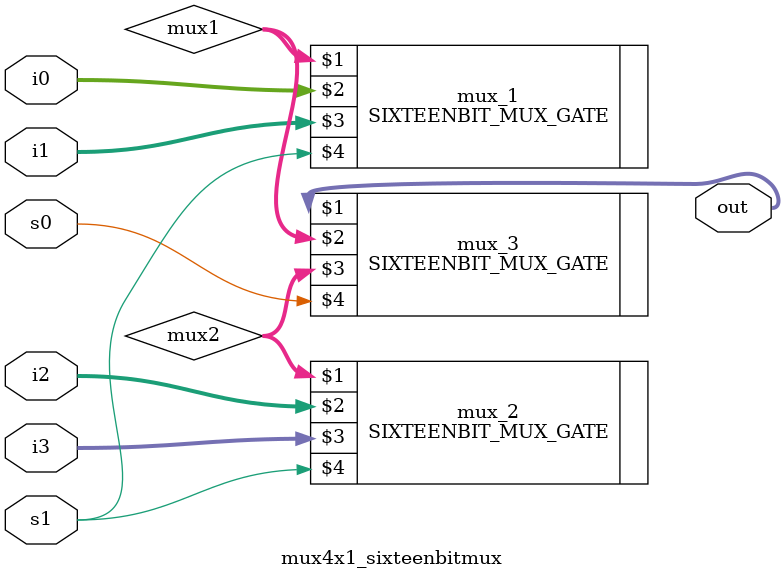
<source format=v>
module mux4x1_sixteenbitmux(out,i0,i1,i2,i3,s1,s0);
input[15:0] i0,i1,i2,i3;
input s1;
input s0;
output[15:0] out;
wire[15:0] mux1,mux2;
SIXTEENBIT_MUX_GATE mux_1(mux1,i0,i1,s1);
SIXTEENBIT_MUX_GATE mux_2(mux2,i2,i3,s1);
SIXTEENBIT_MUX_GATE mux_3(out,mux1,mux2,s0);

endmodule

</source>
